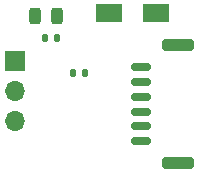
<source format=gbr>
%TF.GenerationSoftware,KiCad,Pcbnew,7.0.2*%
%TF.CreationDate,2023-07-22T23:42:46-04:00*%
%TF.ProjectId,encoder_go_v1_rev1,656e636f-6465-4725-9f67-6f5f76315f72,rev?*%
%TF.SameCoordinates,Original*%
%TF.FileFunction,Soldermask,Top*%
%TF.FilePolarity,Negative*%
%FSLAX46Y46*%
G04 Gerber Fmt 4.6, Leading zero omitted, Abs format (unit mm)*
G04 Created by KiCad (PCBNEW 7.0.2) date 2023-07-22 23:42:46*
%MOMM*%
%LPD*%
G01*
G04 APERTURE LIST*
G04 Aperture macros list*
%AMRoundRect*
0 Rectangle with rounded corners*
0 $1 Rounding radius*
0 $2 $3 $4 $5 $6 $7 $8 $9 X,Y pos of 4 corners*
0 Add a 4 corners polygon primitive as box body*
4,1,4,$2,$3,$4,$5,$6,$7,$8,$9,$2,$3,0*
0 Add four circle primitives for the rounded corners*
1,1,$1+$1,$2,$3*
1,1,$1+$1,$4,$5*
1,1,$1+$1,$6,$7*
1,1,$1+$1,$8,$9*
0 Add four rect primitives between the rounded corners*
20,1,$1+$1,$2,$3,$4,$5,0*
20,1,$1+$1,$4,$5,$6,$7,0*
20,1,$1+$1,$6,$7,$8,$9,0*
20,1,$1+$1,$8,$9,$2,$3,0*%
G04 Aperture macros list end*
%ADD10RoundRect,0.135000X-0.135000X-0.185000X0.135000X-0.185000X0.135000X0.185000X-0.135000X0.185000X0*%
%ADD11RoundRect,0.243750X0.243750X0.456250X-0.243750X0.456250X-0.243750X-0.456250X0.243750X-0.456250X0*%
%ADD12RoundRect,0.140000X-0.140000X-0.170000X0.140000X-0.170000X0.140000X0.170000X-0.140000X0.170000X0*%
%ADD13R,2.200000X1.550000*%
%ADD14RoundRect,0.150000X0.700000X-0.150000X0.700000X0.150000X-0.700000X0.150000X-0.700000X-0.150000X0*%
%ADD15RoundRect,0.250000X1.100000X-0.250000X1.100000X0.250000X-1.100000X0.250000X-1.100000X-0.250000X0*%
%ADD16R,1.700000X1.700000*%
%ADD17O,1.700000X1.700000*%
G04 APERTURE END LIST*
D10*
%TO.C,R1*%
X147090318Y-94607832D03*
X148110318Y-94607832D03*
%TD*%
D11*
%TO.C,D1*%
X148060501Y-92740999D03*
X146185501Y-92740999D03*
%TD*%
D12*
%TO.C,C1*%
X149451000Y-97541998D03*
X150411000Y-97541998D03*
%TD*%
D13*
%TO.C,D2*%
X152445000Y-92486999D03*
X156445000Y-92486999D03*
%TD*%
D14*
%TO.C,J1*%
X155154999Y-103326999D03*
X155154999Y-102076999D03*
X155154999Y-100826999D03*
X155154999Y-99576999D03*
X155154999Y-98326999D03*
X155154999Y-97076999D03*
D15*
X158354999Y-105176999D03*
X158354999Y-95226999D03*
%TD*%
D16*
%TO.C,J2*%
X144503000Y-96531999D03*
D17*
X144503000Y-99071999D03*
X144503000Y-101611999D03*
%TD*%
M02*

</source>
